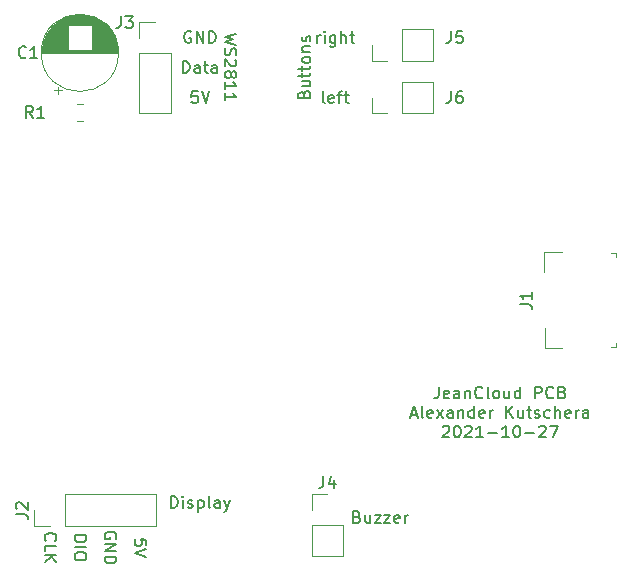
<source format=gbr>
%TF.GenerationSoftware,KiCad,Pcbnew,5.1.10*%
%TF.CreationDate,2021-10-27T21:54:33+02:00*%
%TF.ProjectId,JeanCloud_pcb_regular,4a65616e-436c-46f7-9564-5f7063625f72,rev?*%
%TF.SameCoordinates,Original*%
%TF.FileFunction,Legend,Top*%
%TF.FilePolarity,Positive*%
%FSLAX46Y46*%
G04 Gerber Fmt 4.6, Leading zero omitted, Abs format (unit mm)*
G04 Created by KiCad (PCBNEW 5.1.10) date 2021-10-27 21:54:33*
%MOMM*%
%LPD*%
G01*
G04 APERTURE LIST*
%ADD10C,0.150000*%
%ADD11C,0.100000*%
%ADD12C,0.120000*%
G04 APERTURE END LIST*
D10*
X88789523Y-58762380D02*
X88789523Y-59476666D01*
X88741904Y-59619523D01*
X88646666Y-59714761D01*
X88503809Y-59762380D01*
X88408571Y-59762380D01*
X89646666Y-59714761D02*
X89551428Y-59762380D01*
X89360952Y-59762380D01*
X89265714Y-59714761D01*
X89218095Y-59619523D01*
X89218095Y-59238571D01*
X89265714Y-59143333D01*
X89360952Y-59095714D01*
X89551428Y-59095714D01*
X89646666Y-59143333D01*
X89694285Y-59238571D01*
X89694285Y-59333809D01*
X89218095Y-59429047D01*
X90551428Y-59762380D02*
X90551428Y-59238571D01*
X90503809Y-59143333D01*
X90408571Y-59095714D01*
X90218095Y-59095714D01*
X90122857Y-59143333D01*
X90551428Y-59714761D02*
X90456190Y-59762380D01*
X90218095Y-59762380D01*
X90122857Y-59714761D01*
X90075238Y-59619523D01*
X90075238Y-59524285D01*
X90122857Y-59429047D01*
X90218095Y-59381428D01*
X90456190Y-59381428D01*
X90551428Y-59333809D01*
X91027619Y-59095714D02*
X91027619Y-59762380D01*
X91027619Y-59190952D02*
X91075238Y-59143333D01*
X91170476Y-59095714D01*
X91313333Y-59095714D01*
X91408571Y-59143333D01*
X91456190Y-59238571D01*
X91456190Y-59762380D01*
X92503809Y-59667142D02*
X92456190Y-59714761D01*
X92313333Y-59762380D01*
X92218095Y-59762380D01*
X92075238Y-59714761D01*
X91980000Y-59619523D01*
X91932380Y-59524285D01*
X91884761Y-59333809D01*
X91884761Y-59190952D01*
X91932380Y-59000476D01*
X91980000Y-58905238D01*
X92075238Y-58810000D01*
X92218095Y-58762380D01*
X92313333Y-58762380D01*
X92456190Y-58810000D01*
X92503809Y-58857619D01*
X93075238Y-59762380D02*
X92980000Y-59714761D01*
X92932380Y-59619523D01*
X92932380Y-58762380D01*
X93599047Y-59762380D02*
X93503809Y-59714761D01*
X93456190Y-59667142D01*
X93408571Y-59571904D01*
X93408571Y-59286190D01*
X93456190Y-59190952D01*
X93503809Y-59143333D01*
X93599047Y-59095714D01*
X93741904Y-59095714D01*
X93837142Y-59143333D01*
X93884761Y-59190952D01*
X93932380Y-59286190D01*
X93932380Y-59571904D01*
X93884761Y-59667142D01*
X93837142Y-59714761D01*
X93741904Y-59762380D01*
X93599047Y-59762380D01*
X94789523Y-59095714D02*
X94789523Y-59762380D01*
X94360952Y-59095714D02*
X94360952Y-59619523D01*
X94408571Y-59714761D01*
X94503809Y-59762380D01*
X94646666Y-59762380D01*
X94741904Y-59714761D01*
X94789523Y-59667142D01*
X95694285Y-59762380D02*
X95694285Y-58762380D01*
X95694285Y-59714761D02*
X95599047Y-59762380D01*
X95408571Y-59762380D01*
X95313333Y-59714761D01*
X95265714Y-59667142D01*
X95218095Y-59571904D01*
X95218095Y-59286190D01*
X95265714Y-59190952D01*
X95313333Y-59143333D01*
X95408571Y-59095714D01*
X95599047Y-59095714D01*
X95694285Y-59143333D01*
X96932380Y-59762380D02*
X96932380Y-58762380D01*
X97313333Y-58762380D01*
X97408571Y-58810000D01*
X97456190Y-58857619D01*
X97503809Y-58952857D01*
X97503809Y-59095714D01*
X97456190Y-59190952D01*
X97408571Y-59238571D01*
X97313333Y-59286190D01*
X96932380Y-59286190D01*
X98503809Y-59667142D02*
X98456190Y-59714761D01*
X98313333Y-59762380D01*
X98218095Y-59762380D01*
X98075238Y-59714761D01*
X97980000Y-59619523D01*
X97932380Y-59524285D01*
X97884761Y-59333809D01*
X97884761Y-59190952D01*
X97932380Y-59000476D01*
X97980000Y-58905238D01*
X98075238Y-58810000D01*
X98218095Y-58762380D01*
X98313333Y-58762380D01*
X98456190Y-58810000D01*
X98503809Y-58857619D01*
X99265714Y-59238571D02*
X99408571Y-59286190D01*
X99456190Y-59333809D01*
X99503809Y-59429047D01*
X99503809Y-59571904D01*
X99456190Y-59667142D01*
X99408571Y-59714761D01*
X99313333Y-59762380D01*
X98932380Y-59762380D01*
X98932380Y-58762380D01*
X99265714Y-58762380D01*
X99360952Y-58810000D01*
X99408571Y-58857619D01*
X99456190Y-58952857D01*
X99456190Y-59048095D01*
X99408571Y-59143333D01*
X99360952Y-59190952D01*
X99265714Y-59238571D01*
X98932380Y-59238571D01*
X86456190Y-61126666D02*
X86932380Y-61126666D01*
X86360952Y-61412380D02*
X86694285Y-60412380D01*
X87027619Y-61412380D01*
X87503809Y-61412380D02*
X87408571Y-61364761D01*
X87360952Y-61269523D01*
X87360952Y-60412380D01*
X88265714Y-61364761D02*
X88170476Y-61412380D01*
X87980000Y-61412380D01*
X87884761Y-61364761D01*
X87837142Y-61269523D01*
X87837142Y-60888571D01*
X87884761Y-60793333D01*
X87980000Y-60745714D01*
X88170476Y-60745714D01*
X88265714Y-60793333D01*
X88313333Y-60888571D01*
X88313333Y-60983809D01*
X87837142Y-61079047D01*
X88646666Y-61412380D02*
X89170476Y-60745714D01*
X88646666Y-60745714D02*
X89170476Y-61412380D01*
X89980000Y-61412380D02*
X89980000Y-60888571D01*
X89932380Y-60793333D01*
X89837142Y-60745714D01*
X89646666Y-60745714D01*
X89551428Y-60793333D01*
X89980000Y-61364761D02*
X89884761Y-61412380D01*
X89646666Y-61412380D01*
X89551428Y-61364761D01*
X89503809Y-61269523D01*
X89503809Y-61174285D01*
X89551428Y-61079047D01*
X89646666Y-61031428D01*
X89884761Y-61031428D01*
X89980000Y-60983809D01*
X90456190Y-60745714D02*
X90456190Y-61412380D01*
X90456190Y-60840952D02*
X90503809Y-60793333D01*
X90599047Y-60745714D01*
X90741904Y-60745714D01*
X90837142Y-60793333D01*
X90884761Y-60888571D01*
X90884761Y-61412380D01*
X91789523Y-61412380D02*
X91789523Y-60412380D01*
X91789523Y-61364761D02*
X91694285Y-61412380D01*
X91503809Y-61412380D01*
X91408571Y-61364761D01*
X91360952Y-61317142D01*
X91313333Y-61221904D01*
X91313333Y-60936190D01*
X91360952Y-60840952D01*
X91408571Y-60793333D01*
X91503809Y-60745714D01*
X91694285Y-60745714D01*
X91789523Y-60793333D01*
X92646666Y-61364761D02*
X92551428Y-61412380D01*
X92360952Y-61412380D01*
X92265714Y-61364761D01*
X92218095Y-61269523D01*
X92218095Y-60888571D01*
X92265714Y-60793333D01*
X92360952Y-60745714D01*
X92551428Y-60745714D01*
X92646666Y-60793333D01*
X92694285Y-60888571D01*
X92694285Y-60983809D01*
X92218095Y-61079047D01*
X93122857Y-61412380D02*
X93122857Y-60745714D01*
X93122857Y-60936190D02*
X93170476Y-60840952D01*
X93218095Y-60793333D01*
X93313333Y-60745714D01*
X93408571Y-60745714D01*
X94503809Y-61412380D02*
X94503809Y-60412380D01*
X95075238Y-61412380D02*
X94646666Y-60840952D01*
X95075238Y-60412380D02*
X94503809Y-60983809D01*
X95932380Y-60745714D02*
X95932380Y-61412380D01*
X95503809Y-60745714D02*
X95503809Y-61269523D01*
X95551428Y-61364761D01*
X95646666Y-61412380D01*
X95789523Y-61412380D01*
X95884761Y-61364761D01*
X95932380Y-61317142D01*
X96265714Y-60745714D02*
X96646666Y-60745714D01*
X96408571Y-60412380D02*
X96408571Y-61269523D01*
X96456190Y-61364761D01*
X96551428Y-61412380D01*
X96646666Y-61412380D01*
X96932380Y-61364761D02*
X97027619Y-61412380D01*
X97218095Y-61412380D01*
X97313333Y-61364761D01*
X97360952Y-61269523D01*
X97360952Y-61221904D01*
X97313333Y-61126666D01*
X97218095Y-61079047D01*
X97075238Y-61079047D01*
X96980000Y-61031428D01*
X96932380Y-60936190D01*
X96932380Y-60888571D01*
X96980000Y-60793333D01*
X97075238Y-60745714D01*
X97218095Y-60745714D01*
X97313333Y-60793333D01*
X98218095Y-61364761D02*
X98122857Y-61412380D01*
X97932380Y-61412380D01*
X97837142Y-61364761D01*
X97789523Y-61317142D01*
X97741904Y-61221904D01*
X97741904Y-60936190D01*
X97789523Y-60840952D01*
X97837142Y-60793333D01*
X97932380Y-60745714D01*
X98122857Y-60745714D01*
X98218095Y-60793333D01*
X98646666Y-61412380D02*
X98646666Y-60412380D01*
X99075238Y-61412380D02*
X99075238Y-60888571D01*
X99027619Y-60793333D01*
X98932380Y-60745714D01*
X98789523Y-60745714D01*
X98694285Y-60793333D01*
X98646666Y-60840952D01*
X99932380Y-61364761D02*
X99837142Y-61412380D01*
X99646666Y-61412380D01*
X99551428Y-61364761D01*
X99503809Y-61269523D01*
X99503809Y-60888571D01*
X99551428Y-60793333D01*
X99646666Y-60745714D01*
X99837142Y-60745714D01*
X99932380Y-60793333D01*
X99980000Y-60888571D01*
X99980000Y-60983809D01*
X99503809Y-61079047D01*
X100408571Y-61412380D02*
X100408571Y-60745714D01*
X100408571Y-60936190D02*
X100456190Y-60840952D01*
X100503809Y-60793333D01*
X100599047Y-60745714D01*
X100694285Y-60745714D01*
X101456190Y-61412380D02*
X101456190Y-60888571D01*
X101408571Y-60793333D01*
X101313333Y-60745714D01*
X101122857Y-60745714D01*
X101027619Y-60793333D01*
X101456190Y-61364761D02*
X101360952Y-61412380D01*
X101122857Y-61412380D01*
X101027619Y-61364761D01*
X100980000Y-61269523D01*
X100980000Y-61174285D01*
X101027619Y-61079047D01*
X101122857Y-61031428D01*
X101360952Y-61031428D01*
X101456190Y-60983809D01*
X89122857Y-62157619D02*
X89170476Y-62110000D01*
X89265714Y-62062380D01*
X89503809Y-62062380D01*
X89599047Y-62110000D01*
X89646666Y-62157619D01*
X89694285Y-62252857D01*
X89694285Y-62348095D01*
X89646666Y-62490952D01*
X89075238Y-63062380D01*
X89694285Y-63062380D01*
X90313333Y-62062380D02*
X90408571Y-62062380D01*
X90503809Y-62110000D01*
X90551428Y-62157619D01*
X90599047Y-62252857D01*
X90646666Y-62443333D01*
X90646666Y-62681428D01*
X90599047Y-62871904D01*
X90551428Y-62967142D01*
X90503809Y-63014761D01*
X90408571Y-63062380D01*
X90313333Y-63062380D01*
X90218095Y-63014761D01*
X90170476Y-62967142D01*
X90122857Y-62871904D01*
X90075238Y-62681428D01*
X90075238Y-62443333D01*
X90122857Y-62252857D01*
X90170476Y-62157619D01*
X90218095Y-62110000D01*
X90313333Y-62062380D01*
X91027619Y-62157619D02*
X91075238Y-62110000D01*
X91170476Y-62062380D01*
X91408571Y-62062380D01*
X91503809Y-62110000D01*
X91551428Y-62157619D01*
X91599047Y-62252857D01*
X91599047Y-62348095D01*
X91551428Y-62490952D01*
X90980000Y-63062380D01*
X91599047Y-63062380D01*
X92551428Y-63062380D02*
X91980000Y-63062380D01*
X92265714Y-63062380D02*
X92265714Y-62062380D01*
X92170476Y-62205238D01*
X92075238Y-62300476D01*
X91980000Y-62348095D01*
X92980000Y-62681428D02*
X93741904Y-62681428D01*
X94741904Y-63062380D02*
X94170476Y-63062380D01*
X94456190Y-63062380D02*
X94456190Y-62062380D01*
X94360952Y-62205238D01*
X94265714Y-62300476D01*
X94170476Y-62348095D01*
X95360952Y-62062380D02*
X95456190Y-62062380D01*
X95551428Y-62110000D01*
X95599047Y-62157619D01*
X95646666Y-62252857D01*
X95694285Y-62443333D01*
X95694285Y-62681428D01*
X95646666Y-62871904D01*
X95599047Y-62967142D01*
X95551428Y-63014761D01*
X95456190Y-63062380D01*
X95360952Y-63062380D01*
X95265714Y-63014761D01*
X95218095Y-62967142D01*
X95170476Y-62871904D01*
X95122857Y-62681428D01*
X95122857Y-62443333D01*
X95170476Y-62252857D01*
X95218095Y-62157619D01*
X95265714Y-62110000D01*
X95360952Y-62062380D01*
X96122857Y-62681428D02*
X96884761Y-62681428D01*
X97313333Y-62157619D02*
X97360952Y-62110000D01*
X97456190Y-62062380D01*
X97694285Y-62062380D01*
X97789523Y-62110000D01*
X97837142Y-62157619D01*
X97884761Y-62252857D01*
X97884761Y-62348095D01*
X97837142Y-62490952D01*
X97265714Y-63062380D01*
X97884761Y-63062380D01*
X98218095Y-62062380D02*
X98884761Y-62062380D01*
X98456190Y-63062380D01*
X81891428Y-69778571D02*
X82034285Y-69826190D01*
X82081904Y-69873809D01*
X82129523Y-69969047D01*
X82129523Y-70111904D01*
X82081904Y-70207142D01*
X82034285Y-70254761D01*
X81939047Y-70302380D01*
X81558095Y-70302380D01*
X81558095Y-69302380D01*
X81891428Y-69302380D01*
X81986666Y-69350000D01*
X82034285Y-69397619D01*
X82081904Y-69492857D01*
X82081904Y-69588095D01*
X82034285Y-69683333D01*
X81986666Y-69730952D01*
X81891428Y-69778571D01*
X81558095Y-69778571D01*
X82986666Y-69635714D02*
X82986666Y-70302380D01*
X82558095Y-69635714D02*
X82558095Y-70159523D01*
X82605714Y-70254761D01*
X82700952Y-70302380D01*
X82843809Y-70302380D01*
X82939047Y-70254761D01*
X82986666Y-70207142D01*
X83367619Y-69635714D02*
X83891428Y-69635714D01*
X83367619Y-70302380D01*
X83891428Y-70302380D01*
X84177142Y-69635714D02*
X84700952Y-69635714D01*
X84177142Y-70302380D01*
X84700952Y-70302380D01*
X85462857Y-70254761D02*
X85367619Y-70302380D01*
X85177142Y-70302380D01*
X85081904Y-70254761D01*
X85034285Y-70159523D01*
X85034285Y-69778571D01*
X85081904Y-69683333D01*
X85177142Y-69635714D01*
X85367619Y-69635714D01*
X85462857Y-69683333D01*
X85510476Y-69778571D01*
X85510476Y-69873809D01*
X85034285Y-69969047D01*
X85939047Y-70302380D02*
X85939047Y-69635714D01*
X85939047Y-69826190D02*
X85986666Y-69730952D01*
X86034285Y-69683333D01*
X86129523Y-69635714D01*
X86224761Y-69635714D01*
X57967619Y-71366190D02*
X58967619Y-71366190D01*
X58967619Y-71604285D01*
X58920000Y-71747142D01*
X58824761Y-71842380D01*
X58729523Y-71890000D01*
X58539047Y-71937619D01*
X58396190Y-71937619D01*
X58205714Y-71890000D01*
X58110476Y-71842380D01*
X58015238Y-71747142D01*
X57967619Y-71604285D01*
X57967619Y-71366190D01*
X57967619Y-72366190D02*
X58967619Y-72366190D01*
X58967619Y-73032857D02*
X58967619Y-73223333D01*
X58920000Y-73318571D01*
X58824761Y-73413809D01*
X58634285Y-73461428D01*
X58300952Y-73461428D01*
X58110476Y-73413809D01*
X58015238Y-73318571D01*
X57967619Y-73223333D01*
X57967619Y-73032857D01*
X58015238Y-72937619D01*
X58110476Y-72842380D01*
X58300952Y-72794761D01*
X58634285Y-72794761D01*
X58824761Y-72842380D01*
X58920000Y-72937619D01*
X58967619Y-73032857D01*
X55522857Y-71794761D02*
X55475238Y-71747142D01*
X55427619Y-71604285D01*
X55427619Y-71509047D01*
X55475238Y-71366190D01*
X55570476Y-71270952D01*
X55665714Y-71223333D01*
X55856190Y-71175714D01*
X55999047Y-71175714D01*
X56189523Y-71223333D01*
X56284761Y-71270952D01*
X56380000Y-71366190D01*
X56427619Y-71509047D01*
X56427619Y-71604285D01*
X56380000Y-71747142D01*
X56332380Y-71794761D01*
X55427619Y-72699523D02*
X55427619Y-72223333D01*
X56427619Y-72223333D01*
X55427619Y-73032857D02*
X56427619Y-73032857D01*
X55427619Y-73604285D02*
X55999047Y-73175714D01*
X56427619Y-73604285D02*
X55856190Y-73032857D01*
X64047619Y-72199523D02*
X64047619Y-71723333D01*
X63571428Y-71675714D01*
X63619047Y-71723333D01*
X63666666Y-71818571D01*
X63666666Y-72056666D01*
X63619047Y-72151904D01*
X63571428Y-72199523D01*
X63476190Y-72247142D01*
X63238095Y-72247142D01*
X63142857Y-72199523D01*
X63095238Y-72151904D01*
X63047619Y-72056666D01*
X63047619Y-71818571D01*
X63095238Y-71723333D01*
X63142857Y-71675714D01*
X64047619Y-72532857D02*
X63047619Y-72866190D01*
X64047619Y-73199523D01*
X61460000Y-71628095D02*
X61507619Y-71532857D01*
X61507619Y-71390000D01*
X61460000Y-71247142D01*
X61364761Y-71151904D01*
X61269523Y-71104285D01*
X61079047Y-71056666D01*
X60936190Y-71056666D01*
X60745714Y-71104285D01*
X60650476Y-71151904D01*
X60555238Y-71247142D01*
X60507619Y-71390000D01*
X60507619Y-71485238D01*
X60555238Y-71628095D01*
X60602857Y-71675714D01*
X60936190Y-71675714D01*
X60936190Y-71485238D01*
X60507619Y-72104285D02*
X61507619Y-72104285D01*
X60507619Y-72675714D01*
X61507619Y-72675714D01*
X60507619Y-73151904D02*
X61507619Y-73151904D01*
X61507619Y-73390000D01*
X61460000Y-73532857D01*
X61364761Y-73628095D01*
X61269523Y-73675714D01*
X61079047Y-73723333D01*
X60936190Y-73723333D01*
X60745714Y-73675714D01*
X60650476Y-73628095D01*
X60555238Y-73532857D01*
X60507619Y-73390000D01*
X60507619Y-73151904D01*
X66127619Y-69032380D02*
X66127619Y-68032380D01*
X66365714Y-68032380D01*
X66508571Y-68080000D01*
X66603809Y-68175238D01*
X66651428Y-68270476D01*
X66699047Y-68460952D01*
X66699047Y-68603809D01*
X66651428Y-68794285D01*
X66603809Y-68889523D01*
X66508571Y-68984761D01*
X66365714Y-69032380D01*
X66127619Y-69032380D01*
X67127619Y-69032380D02*
X67127619Y-68365714D01*
X67127619Y-68032380D02*
X67080000Y-68080000D01*
X67127619Y-68127619D01*
X67175238Y-68080000D01*
X67127619Y-68032380D01*
X67127619Y-68127619D01*
X67556190Y-68984761D02*
X67651428Y-69032380D01*
X67841904Y-69032380D01*
X67937142Y-68984761D01*
X67984761Y-68889523D01*
X67984761Y-68841904D01*
X67937142Y-68746666D01*
X67841904Y-68699047D01*
X67699047Y-68699047D01*
X67603809Y-68651428D01*
X67556190Y-68556190D01*
X67556190Y-68508571D01*
X67603809Y-68413333D01*
X67699047Y-68365714D01*
X67841904Y-68365714D01*
X67937142Y-68413333D01*
X68413333Y-68365714D02*
X68413333Y-69365714D01*
X68413333Y-68413333D02*
X68508571Y-68365714D01*
X68699047Y-68365714D01*
X68794285Y-68413333D01*
X68841904Y-68460952D01*
X68889523Y-68556190D01*
X68889523Y-68841904D01*
X68841904Y-68937142D01*
X68794285Y-68984761D01*
X68699047Y-69032380D01*
X68508571Y-69032380D01*
X68413333Y-68984761D01*
X69460952Y-69032380D02*
X69365714Y-68984761D01*
X69318095Y-68889523D01*
X69318095Y-68032380D01*
X70270476Y-69032380D02*
X70270476Y-68508571D01*
X70222857Y-68413333D01*
X70127619Y-68365714D01*
X69937142Y-68365714D01*
X69841904Y-68413333D01*
X70270476Y-68984761D02*
X70175238Y-69032380D01*
X69937142Y-69032380D01*
X69841904Y-68984761D01*
X69794285Y-68889523D01*
X69794285Y-68794285D01*
X69841904Y-68699047D01*
X69937142Y-68651428D01*
X70175238Y-68651428D01*
X70270476Y-68603809D01*
X70651428Y-68365714D02*
X70889523Y-69032380D01*
X71127619Y-68365714D02*
X70889523Y-69032380D01*
X70794285Y-69270476D01*
X70746666Y-69318095D01*
X70651428Y-69365714D01*
X77398571Y-34011904D02*
X77446190Y-33869047D01*
X77493809Y-33821428D01*
X77589047Y-33773809D01*
X77731904Y-33773809D01*
X77827142Y-33821428D01*
X77874761Y-33869047D01*
X77922380Y-33964285D01*
X77922380Y-34345238D01*
X76922380Y-34345238D01*
X76922380Y-34011904D01*
X76970000Y-33916666D01*
X77017619Y-33869047D01*
X77112857Y-33821428D01*
X77208095Y-33821428D01*
X77303333Y-33869047D01*
X77350952Y-33916666D01*
X77398571Y-34011904D01*
X77398571Y-34345238D01*
X77255714Y-32916666D02*
X77922380Y-32916666D01*
X77255714Y-33345238D02*
X77779523Y-33345238D01*
X77874761Y-33297619D01*
X77922380Y-33202380D01*
X77922380Y-33059523D01*
X77874761Y-32964285D01*
X77827142Y-32916666D01*
X77255714Y-32583333D02*
X77255714Y-32202380D01*
X76922380Y-32440476D02*
X77779523Y-32440476D01*
X77874761Y-32392857D01*
X77922380Y-32297619D01*
X77922380Y-32202380D01*
X77255714Y-32011904D02*
X77255714Y-31630952D01*
X76922380Y-31869047D02*
X77779523Y-31869047D01*
X77874761Y-31821428D01*
X77922380Y-31726190D01*
X77922380Y-31630952D01*
X77922380Y-31154761D02*
X77874761Y-31250000D01*
X77827142Y-31297619D01*
X77731904Y-31345238D01*
X77446190Y-31345238D01*
X77350952Y-31297619D01*
X77303333Y-31250000D01*
X77255714Y-31154761D01*
X77255714Y-31011904D01*
X77303333Y-30916666D01*
X77350952Y-30869047D01*
X77446190Y-30821428D01*
X77731904Y-30821428D01*
X77827142Y-30869047D01*
X77874761Y-30916666D01*
X77922380Y-31011904D01*
X77922380Y-31154761D01*
X77255714Y-30392857D02*
X77922380Y-30392857D01*
X77350952Y-30392857D02*
X77303333Y-30345238D01*
X77255714Y-30250000D01*
X77255714Y-30107142D01*
X77303333Y-30011904D01*
X77398571Y-29964285D01*
X77922380Y-29964285D01*
X77874761Y-29535714D02*
X77922380Y-29440476D01*
X77922380Y-29250000D01*
X77874761Y-29154761D01*
X77779523Y-29107142D01*
X77731904Y-29107142D01*
X77636666Y-29154761D01*
X77589047Y-29250000D01*
X77589047Y-29392857D01*
X77541428Y-29488095D01*
X77446190Y-29535714D01*
X77398571Y-29535714D01*
X77303333Y-29488095D01*
X77255714Y-29392857D01*
X77255714Y-29250000D01*
X77303333Y-29154761D01*
X79129047Y-34742380D02*
X79033809Y-34694761D01*
X78986190Y-34599523D01*
X78986190Y-33742380D01*
X79890952Y-34694761D02*
X79795714Y-34742380D01*
X79605238Y-34742380D01*
X79510000Y-34694761D01*
X79462380Y-34599523D01*
X79462380Y-34218571D01*
X79510000Y-34123333D01*
X79605238Y-34075714D01*
X79795714Y-34075714D01*
X79890952Y-34123333D01*
X79938571Y-34218571D01*
X79938571Y-34313809D01*
X79462380Y-34409047D01*
X80224285Y-34075714D02*
X80605238Y-34075714D01*
X80367142Y-34742380D02*
X80367142Y-33885238D01*
X80414761Y-33790000D01*
X80510000Y-33742380D01*
X80605238Y-33742380D01*
X80795714Y-34075714D02*
X81176666Y-34075714D01*
X80938571Y-33742380D02*
X80938571Y-34599523D01*
X80986190Y-34694761D01*
X81081428Y-34742380D01*
X81176666Y-34742380D01*
X78510000Y-29662380D02*
X78510000Y-28995714D01*
X78510000Y-29186190D02*
X78557619Y-29090952D01*
X78605238Y-29043333D01*
X78700476Y-28995714D01*
X78795714Y-28995714D01*
X79129047Y-29662380D02*
X79129047Y-28995714D01*
X79129047Y-28662380D02*
X79081428Y-28710000D01*
X79129047Y-28757619D01*
X79176666Y-28710000D01*
X79129047Y-28662380D01*
X79129047Y-28757619D01*
X80033809Y-28995714D02*
X80033809Y-29805238D01*
X79986190Y-29900476D01*
X79938571Y-29948095D01*
X79843333Y-29995714D01*
X79700476Y-29995714D01*
X79605238Y-29948095D01*
X80033809Y-29614761D02*
X79938571Y-29662380D01*
X79748095Y-29662380D01*
X79652857Y-29614761D01*
X79605238Y-29567142D01*
X79557619Y-29471904D01*
X79557619Y-29186190D01*
X79605238Y-29090952D01*
X79652857Y-29043333D01*
X79748095Y-28995714D01*
X79938571Y-28995714D01*
X80033809Y-29043333D01*
X80510000Y-29662380D02*
X80510000Y-28662380D01*
X80938571Y-29662380D02*
X80938571Y-29138571D01*
X80890952Y-29043333D01*
X80795714Y-28995714D01*
X80652857Y-28995714D01*
X80557619Y-29043333D01*
X80510000Y-29090952D01*
X81271904Y-28995714D02*
X81652857Y-28995714D01*
X81414761Y-28662380D02*
X81414761Y-29519523D01*
X81462380Y-29614761D01*
X81557619Y-29662380D01*
X81652857Y-29662380D01*
X71667619Y-28940476D02*
X70667619Y-29178571D01*
X71381904Y-29369047D01*
X70667619Y-29559523D01*
X71667619Y-29797619D01*
X70715238Y-30130952D02*
X70667619Y-30273809D01*
X70667619Y-30511904D01*
X70715238Y-30607142D01*
X70762857Y-30654761D01*
X70858095Y-30702380D01*
X70953333Y-30702380D01*
X71048571Y-30654761D01*
X71096190Y-30607142D01*
X71143809Y-30511904D01*
X71191428Y-30321428D01*
X71239047Y-30226190D01*
X71286666Y-30178571D01*
X71381904Y-30130952D01*
X71477142Y-30130952D01*
X71572380Y-30178571D01*
X71620000Y-30226190D01*
X71667619Y-30321428D01*
X71667619Y-30559523D01*
X71620000Y-30702380D01*
X71572380Y-31083333D02*
X71620000Y-31130952D01*
X71667619Y-31226190D01*
X71667619Y-31464285D01*
X71620000Y-31559523D01*
X71572380Y-31607142D01*
X71477142Y-31654761D01*
X71381904Y-31654761D01*
X71239047Y-31607142D01*
X70667619Y-31035714D01*
X70667619Y-31654761D01*
X71239047Y-32226190D02*
X71286666Y-32130952D01*
X71334285Y-32083333D01*
X71429523Y-32035714D01*
X71477142Y-32035714D01*
X71572380Y-32083333D01*
X71620000Y-32130952D01*
X71667619Y-32226190D01*
X71667619Y-32416666D01*
X71620000Y-32511904D01*
X71572380Y-32559523D01*
X71477142Y-32607142D01*
X71429523Y-32607142D01*
X71334285Y-32559523D01*
X71286666Y-32511904D01*
X71239047Y-32416666D01*
X71239047Y-32226190D01*
X71191428Y-32130952D01*
X71143809Y-32083333D01*
X71048571Y-32035714D01*
X70858095Y-32035714D01*
X70762857Y-32083333D01*
X70715238Y-32130952D01*
X70667619Y-32226190D01*
X70667619Y-32416666D01*
X70715238Y-32511904D01*
X70762857Y-32559523D01*
X70858095Y-32607142D01*
X71048571Y-32607142D01*
X71143809Y-32559523D01*
X71191428Y-32511904D01*
X71239047Y-32416666D01*
X70667619Y-33559523D02*
X70667619Y-32988095D01*
X70667619Y-33273809D02*
X71667619Y-33273809D01*
X71524761Y-33178571D01*
X71429523Y-33083333D01*
X71381904Y-32988095D01*
X70667619Y-34511904D02*
X70667619Y-33940476D01*
X70667619Y-34226190D02*
X71667619Y-34226190D01*
X71524761Y-34130952D01*
X71429523Y-34035714D01*
X71381904Y-33940476D01*
X68389523Y-33742380D02*
X67913333Y-33742380D01*
X67865714Y-34218571D01*
X67913333Y-34170952D01*
X68008571Y-34123333D01*
X68246666Y-34123333D01*
X68341904Y-34170952D01*
X68389523Y-34218571D01*
X68437142Y-34313809D01*
X68437142Y-34551904D01*
X68389523Y-34647142D01*
X68341904Y-34694761D01*
X68246666Y-34742380D01*
X68008571Y-34742380D01*
X67913333Y-34694761D01*
X67865714Y-34647142D01*
X68722857Y-33742380D02*
X69056190Y-34742380D01*
X69389523Y-33742380D01*
X67127619Y-32202380D02*
X67127619Y-31202380D01*
X67365714Y-31202380D01*
X67508571Y-31250000D01*
X67603809Y-31345238D01*
X67651428Y-31440476D01*
X67699047Y-31630952D01*
X67699047Y-31773809D01*
X67651428Y-31964285D01*
X67603809Y-32059523D01*
X67508571Y-32154761D01*
X67365714Y-32202380D01*
X67127619Y-32202380D01*
X68556190Y-32202380D02*
X68556190Y-31678571D01*
X68508571Y-31583333D01*
X68413333Y-31535714D01*
X68222857Y-31535714D01*
X68127619Y-31583333D01*
X68556190Y-32154761D02*
X68460952Y-32202380D01*
X68222857Y-32202380D01*
X68127619Y-32154761D01*
X68080000Y-32059523D01*
X68080000Y-31964285D01*
X68127619Y-31869047D01*
X68222857Y-31821428D01*
X68460952Y-31821428D01*
X68556190Y-31773809D01*
X68889523Y-31535714D02*
X69270476Y-31535714D01*
X69032380Y-31202380D02*
X69032380Y-32059523D01*
X69080000Y-32154761D01*
X69175238Y-32202380D01*
X69270476Y-32202380D01*
X70032380Y-32202380D02*
X70032380Y-31678571D01*
X69984761Y-31583333D01*
X69889523Y-31535714D01*
X69699047Y-31535714D01*
X69603809Y-31583333D01*
X70032380Y-32154761D02*
X69937142Y-32202380D01*
X69699047Y-32202380D01*
X69603809Y-32154761D01*
X69556190Y-32059523D01*
X69556190Y-31964285D01*
X69603809Y-31869047D01*
X69699047Y-31821428D01*
X69937142Y-31821428D01*
X70032380Y-31773809D01*
X67818095Y-28710000D02*
X67722857Y-28662380D01*
X67580000Y-28662380D01*
X67437142Y-28710000D01*
X67341904Y-28805238D01*
X67294285Y-28900476D01*
X67246666Y-29090952D01*
X67246666Y-29233809D01*
X67294285Y-29424285D01*
X67341904Y-29519523D01*
X67437142Y-29614761D01*
X67580000Y-29662380D01*
X67675238Y-29662380D01*
X67818095Y-29614761D01*
X67865714Y-29567142D01*
X67865714Y-29233809D01*
X67675238Y-29233809D01*
X68294285Y-29662380D02*
X68294285Y-28662380D01*
X68865714Y-29662380D01*
X68865714Y-28662380D01*
X69341904Y-29662380D02*
X69341904Y-28662380D01*
X69580000Y-28662380D01*
X69722857Y-28710000D01*
X69818095Y-28805238D01*
X69865714Y-28900476D01*
X69913333Y-29090952D01*
X69913333Y-29233809D01*
X69865714Y-29424285D01*
X69818095Y-29519523D01*
X69722857Y-29614761D01*
X69580000Y-29662380D01*
X69341904Y-29662380D01*
D11*
%TO.C,J1*%
X97765000Y-55485000D02*
X99215000Y-55485000D01*
X97755000Y-55485000D02*
X97755000Y-53835000D01*
X97745000Y-47375000D02*
X97745000Y-49035000D01*
X97745000Y-47375000D02*
X99215000Y-47375000D01*
X103425000Y-55448324D02*
X103805000Y-55448324D01*
X103805000Y-55448324D02*
X103805000Y-55078324D01*
X103806848Y-47420092D02*
X103806848Y-47790092D01*
X103426848Y-47420092D02*
X103806848Y-47420092D01*
D12*
%TO.C,J2*%
X64830000Y-70545000D02*
X64830000Y-67885000D01*
X57150000Y-70545000D02*
X64830000Y-70545000D01*
X57150000Y-67885000D02*
X64830000Y-67885000D01*
X57150000Y-70545000D02*
X57150000Y-67885000D01*
X55880000Y-70545000D02*
X54550000Y-70545000D01*
X54550000Y-70545000D02*
X54550000Y-69215000D01*
%TO.C,J3*%
X63440000Y-35620000D02*
X66100000Y-35620000D01*
X63440000Y-30480000D02*
X63440000Y-35620000D01*
X66100000Y-30480000D02*
X66100000Y-35620000D01*
X63440000Y-30480000D02*
X66100000Y-30480000D01*
X63440000Y-29210000D02*
X63440000Y-27880000D01*
X63440000Y-27880000D02*
X64770000Y-27880000D01*
%TO.C,J4*%
X78045000Y-73085000D02*
X80705000Y-73085000D01*
X78045000Y-70485000D02*
X78045000Y-73085000D01*
X80705000Y-70485000D02*
X80705000Y-73085000D01*
X78045000Y-70485000D02*
X80705000Y-70485000D01*
X78045000Y-69215000D02*
X78045000Y-67885000D01*
X78045000Y-67885000D02*
X79375000Y-67885000D01*
%TO.C,J5*%
X83125000Y-31175000D02*
X83125000Y-29845000D01*
X84455000Y-31175000D02*
X83125000Y-31175000D01*
X85725000Y-31175000D02*
X85725000Y-28515000D01*
X85725000Y-28515000D02*
X88325000Y-28515000D01*
X85725000Y-31175000D02*
X88325000Y-31175000D01*
X88325000Y-31175000D02*
X88325000Y-28515000D01*
%TO.C,J6*%
X88325000Y-35620000D02*
X88325000Y-32960000D01*
X85725000Y-35620000D02*
X88325000Y-35620000D01*
X85725000Y-32960000D02*
X88325000Y-32960000D01*
X85725000Y-35620000D02*
X85725000Y-32960000D01*
X84455000Y-35620000D02*
X83125000Y-35620000D01*
X83125000Y-35620000D02*
X83125000Y-34290000D01*
%TO.C,C1*%
X56266000Y-33685241D02*
X56896000Y-33685241D01*
X56581000Y-34000241D02*
X56581000Y-33370241D01*
X58018000Y-27259000D02*
X58822000Y-27259000D01*
X57787000Y-27299000D02*
X59053000Y-27299000D01*
X57618000Y-27339000D02*
X59222000Y-27339000D01*
X57480000Y-27379000D02*
X59360000Y-27379000D01*
X57361000Y-27419000D02*
X59479000Y-27419000D01*
X57255000Y-27459000D02*
X59585000Y-27459000D01*
X57158000Y-27499000D02*
X59682000Y-27499000D01*
X57070000Y-27539000D02*
X59770000Y-27539000D01*
X56988000Y-27579000D02*
X59852000Y-27579000D01*
X56911000Y-27619000D02*
X59929000Y-27619000D01*
X56839000Y-27659000D02*
X60001000Y-27659000D01*
X56770000Y-27699000D02*
X60070000Y-27699000D01*
X56706000Y-27739000D02*
X60134000Y-27739000D01*
X56644000Y-27779000D02*
X60196000Y-27779000D01*
X56586000Y-27819000D02*
X60254000Y-27819000D01*
X56530000Y-27859000D02*
X60310000Y-27859000D01*
X56476000Y-27899000D02*
X60364000Y-27899000D01*
X56425000Y-27939000D02*
X60415000Y-27939000D01*
X56376000Y-27979000D02*
X60464000Y-27979000D01*
X56328000Y-28019000D02*
X60512000Y-28019000D01*
X56283000Y-28059000D02*
X60557000Y-28059000D01*
X56238000Y-28099000D02*
X60602000Y-28099000D01*
X56196000Y-28139000D02*
X60644000Y-28139000D01*
X56155000Y-28179000D02*
X60685000Y-28179000D01*
X59460000Y-28219000D02*
X60725000Y-28219000D01*
X56115000Y-28219000D02*
X57380000Y-28219000D01*
X59460000Y-28259000D02*
X60763000Y-28259000D01*
X56077000Y-28259000D02*
X57380000Y-28259000D01*
X59460000Y-28299000D02*
X60800000Y-28299000D01*
X56040000Y-28299000D02*
X57380000Y-28299000D01*
X59460000Y-28339000D02*
X60836000Y-28339000D01*
X56004000Y-28339000D02*
X57380000Y-28339000D01*
X59460000Y-28379000D02*
X60870000Y-28379000D01*
X55970000Y-28379000D02*
X57380000Y-28379000D01*
X59460000Y-28419000D02*
X60904000Y-28419000D01*
X55936000Y-28419000D02*
X57380000Y-28419000D01*
X59460000Y-28459000D02*
X60936000Y-28459000D01*
X55904000Y-28459000D02*
X57380000Y-28459000D01*
X59460000Y-28499000D02*
X60968000Y-28499000D01*
X55872000Y-28499000D02*
X57380000Y-28499000D01*
X59460000Y-28539000D02*
X60998000Y-28539000D01*
X55842000Y-28539000D02*
X57380000Y-28539000D01*
X59460000Y-28579000D02*
X61027000Y-28579000D01*
X55813000Y-28579000D02*
X57380000Y-28579000D01*
X59460000Y-28619000D02*
X61056000Y-28619000D01*
X55784000Y-28619000D02*
X57380000Y-28619000D01*
X59460000Y-28659000D02*
X61084000Y-28659000D01*
X55756000Y-28659000D02*
X57380000Y-28659000D01*
X59460000Y-28699000D02*
X61110000Y-28699000D01*
X55730000Y-28699000D02*
X57380000Y-28699000D01*
X59460000Y-28739000D02*
X61136000Y-28739000D01*
X55704000Y-28739000D02*
X57380000Y-28739000D01*
X59460000Y-28779000D02*
X61162000Y-28779000D01*
X55678000Y-28779000D02*
X57380000Y-28779000D01*
X59460000Y-28819000D02*
X61186000Y-28819000D01*
X55654000Y-28819000D02*
X57380000Y-28819000D01*
X59460000Y-28859000D02*
X61210000Y-28859000D01*
X55630000Y-28859000D02*
X57380000Y-28859000D01*
X59460000Y-28899000D02*
X61232000Y-28899000D01*
X55608000Y-28899000D02*
X57380000Y-28899000D01*
X59460000Y-28939000D02*
X61254000Y-28939000D01*
X55586000Y-28939000D02*
X57380000Y-28939000D01*
X59460000Y-28979000D02*
X61276000Y-28979000D01*
X55564000Y-28979000D02*
X57380000Y-28979000D01*
X59460000Y-29019000D02*
X61296000Y-29019000D01*
X55544000Y-29019000D02*
X57380000Y-29019000D01*
X59460000Y-29059000D02*
X61316000Y-29059000D01*
X55524000Y-29059000D02*
X57380000Y-29059000D01*
X59460000Y-29099000D02*
X61336000Y-29099000D01*
X55504000Y-29099000D02*
X57380000Y-29099000D01*
X59460000Y-29139000D02*
X61354000Y-29139000D01*
X55486000Y-29139000D02*
X57380000Y-29139000D01*
X59460000Y-29179000D02*
X61372000Y-29179000D01*
X55468000Y-29179000D02*
X57380000Y-29179000D01*
X59460000Y-29219000D02*
X61390000Y-29219000D01*
X55450000Y-29219000D02*
X57380000Y-29219000D01*
X59460000Y-29259000D02*
X61406000Y-29259000D01*
X55434000Y-29259000D02*
X57380000Y-29259000D01*
X59460000Y-29299000D02*
X61422000Y-29299000D01*
X55418000Y-29299000D02*
X57380000Y-29299000D01*
X59460000Y-29339000D02*
X61438000Y-29339000D01*
X55402000Y-29339000D02*
X57380000Y-29339000D01*
X59460000Y-29379000D02*
X61453000Y-29379000D01*
X55387000Y-29379000D02*
X57380000Y-29379000D01*
X59460000Y-29419000D02*
X61467000Y-29419000D01*
X55373000Y-29419000D02*
X57380000Y-29419000D01*
X59460000Y-29459000D02*
X61481000Y-29459000D01*
X55359000Y-29459000D02*
X57380000Y-29459000D01*
X59460000Y-29499000D02*
X61494000Y-29499000D01*
X55346000Y-29499000D02*
X57380000Y-29499000D01*
X59460000Y-29539000D02*
X61506000Y-29539000D01*
X55334000Y-29539000D02*
X57380000Y-29539000D01*
X59460000Y-29579000D02*
X61518000Y-29579000D01*
X55322000Y-29579000D02*
X57380000Y-29579000D01*
X59460000Y-29619000D02*
X61530000Y-29619000D01*
X55310000Y-29619000D02*
X57380000Y-29619000D01*
X59460000Y-29659000D02*
X61541000Y-29659000D01*
X55299000Y-29659000D02*
X57380000Y-29659000D01*
X59460000Y-29699000D02*
X61551000Y-29699000D01*
X55289000Y-29699000D02*
X57380000Y-29699000D01*
X59460000Y-29739000D02*
X61561000Y-29739000D01*
X55279000Y-29739000D02*
X57380000Y-29739000D01*
X59460000Y-29779000D02*
X61570000Y-29779000D01*
X55270000Y-29779000D02*
X57380000Y-29779000D01*
X59460000Y-29820000D02*
X61579000Y-29820000D01*
X55261000Y-29820000D02*
X57380000Y-29820000D01*
X59460000Y-29860000D02*
X61587000Y-29860000D01*
X55253000Y-29860000D02*
X57380000Y-29860000D01*
X59460000Y-29900000D02*
X61595000Y-29900000D01*
X55245000Y-29900000D02*
X57380000Y-29900000D01*
X59460000Y-29940000D02*
X61602000Y-29940000D01*
X55238000Y-29940000D02*
X57380000Y-29940000D01*
X59460000Y-29980000D02*
X61609000Y-29980000D01*
X55231000Y-29980000D02*
X57380000Y-29980000D01*
X59460000Y-30020000D02*
X61615000Y-30020000D01*
X55225000Y-30020000D02*
X57380000Y-30020000D01*
X59460000Y-30060000D02*
X61621000Y-30060000D01*
X55219000Y-30060000D02*
X57380000Y-30060000D01*
X59460000Y-30100000D02*
X61626000Y-30100000D01*
X55214000Y-30100000D02*
X57380000Y-30100000D01*
X59460000Y-30140000D02*
X61631000Y-30140000D01*
X55209000Y-30140000D02*
X57380000Y-30140000D01*
X59460000Y-30180000D02*
X61635000Y-30180000D01*
X55205000Y-30180000D02*
X57380000Y-30180000D01*
X59460000Y-30220000D02*
X61638000Y-30220000D01*
X55202000Y-30220000D02*
X57380000Y-30220000D01*
X59460000Y-30260000D02*
X61642000Y-30260000D01*
X55198000Y-30260000D02*
X57380000Y-30260000D01*
X55196000Y-30300000D02*
X61644000Y-30300000D01*
X55193000Y-30340000D02*
X61647000Y-30340000D01*
X55192000Y-30380000D02*
X61648000Y-30380000D01*
X55190000Y-30420000D02*
X61650000Y-30420000D01*
X55190000Y-30460000D02*
X61650000Y-30460000D01*
X55190000Y-30500000D02*
X61650000Y-30500000D01*
X61690000Y-30500000D02*
G75*
G03*
X61690000Y-30500000I-3270000J0D01*
G01*
%TO.C,R1*%
X58647064Y-34825000D02*
X58192936Y-34825000D01*
X58647064Y-36295000D02*
X58192936Y-36295000D01*
%TO.C, *%
D10*
%TO.C,J1*%
X95667380Y-51768333D02*
X96381666Y-51768333D01*
X96524523Y-51815952D01*
X96619761Y-51911190D01*
X96667380Y-52054047D01*
X96667380Y-52149285D01*
X96667380Y-50768333D02*
X96667380Y-51339761D01*
X96667380Y-51054047D02*
X95667380Y-51054047D01*
X95810238Y-51149285D01*
X95905476Y-51244523D01*
X95953095Y-51339761D01*
%TO.C,J2*%
X53002380Y-69548333D02*
X53716666Y-69548333D01*
X53859523Y-69595952D01*
X53954761Y-69691190D01*
X54002380Y-69834047D01*
X54002380Y-69929285D01*
X53097619Y-69119761D02*
X53050000Y-69072142D01*
X53002380Y-68976904D01*
X53002380Y-68738809D01*
X53050000Y-68643571D01*
X53097619Y-68595952D01*
X53192857Y-68548333D01*
X53288095Y-68548333D01*
X53430952Y-68595952D01*
X54002380Y-69167380D01*
X54002380Y-68548333D01*
%TO.C,J3*%
X61896666Y-27392380D02*
X61896666Y-28106666D01*
X61849047Y-28249523D01*
X61753809Y-28344761D01*
X61610952Y-28392380D01*
X61515714Y-28392380D01*
X62277619Y-27392380D02*
X62896666Y-27392380D01*
X62563333Y-27773333D01*
X62706190Y-27773333D01*
X62801428Y-27820952D01*
X62849047Y-27868571D01*
X62896666Y-27963809D01*
X62896666Y-28201904D01*
X62849047Y-28297142D01*
X62801428Y-28344761D01*
X62706190Y-28392380D01*
X62420476Y-28392380D01*
X62325238Y-28344761D01*
X62277619Y-28297142D01*
%TO.C,J4*%
X79041666Y-66337380D02*
X79041666Y-67051666D01*
X78994047Y-67194523D01*
X78898809Y-67289761D01*
X78755952Y-67337380D01*
X78660714Y-67337380D01*
X79946428Y-66670714D02*
X79946428Y-67337380D01*
X79708333Y-66289761D02*
X79470238Y-67004047D01*
X80089285Y-67004047D01*
%TO.C,J5*%
X89836666Y-28662380D02*
X89836666Y-29376666D01*
X89789047Y-29519523D01*
X89693809Y-29614761D01*
X89550952Y-29662380D01*
X89455714Y-29662380D01*
X90789047Y-28662380D02*
X90312857Y-28662380D01*
X90265238Y-29138571D01*
X90312857Y-29090952D01*
X90408095Y-29043333D01*
X90646190Y-29043333D01*
X90741428Y-29090952D01*
X90789047Y-29138571D01*
X90836666Y-29233809D01*
X90836666Y-29471904D01*
X90789047Y-29567142D01*
X90741428Y-29614761D01*
X90646190Y-29662380D01*
X90408095Y-29662380D01*
X90312857Y-29614761D01*
X90265238Y-29567142D01*
%TO.C,J6*%
X89836666Y-33742380D02*
X89836666Y-34456666D01*
X89789047Y-34599523D01*
X89693809Y-34694761D01*
X89550952Y-34742380D01*
X89455714Y-34742380D01*
X90741428Y-33742380D02*
X90550952Y-33742380D01*
X90455714Y-33790000D01*
X90408095Y-33837619D01*
X90312857Y-33980476D01*
X90265238Y-34170952D01*
X90265238Y-34551904D01*
X90312857Y-34647142D01*
X90360476Y-34694761D01*
X90455714Y-34742380D01*
X90646190Y-34742380D01*
X90741428Y-34694761D01*
X90789047Y-34647142D01*
X90836666Y-34551904D01*
X90836666Y-34313809D01*
X90789047Y-34218571D01*
X90741428Y-34170952D01*
X90646190Y-34123333D01*
X90455714Y-34123333D01*
X90360476Y-34170952D01*
X90312857Y-34218571D01*
X90265238Y-34313809D01*
%TO.C,C1*%
X53853333Y-30857142D02*
X53805714Y-30904761D01*
X53662857Y-30952380D01*
X53567619Y-30952380D01*
X53424761Y-30904761D01*
X53329523Y-30809523D01*
X53281904Y-30714285D01*
X53234285Y-30523809D01*
X53234285Y-30380952D01*
X53281904Y-30190476D01*
X53329523Y-30095238D01*
X53424761Y-30000000D01*
X53567619Y-29952380D01*
X53662857Y-29952380D01*
X53805714Y-30000000D01*
X53853333Y-30047619D01*
X54805714Y-30952380D02*
X54234285Y-30952380D01*
X54520000Y-30952380D02*
X54520000Y-29952380D01*
X54424761Y-30095238D01*
X54329523Y-30190476D01*
X54234285Y-30238095D01*
%TO.C,R1*%
X54443333Y-36012380D02*
X54110000Y-35536190D01*
X53871904Y-36012380D02*
X53871904Y-35012380D01*
X54252857Y-35012380D01*
X54348095Y-35060000D01*
X54395714Y-35107619D01*
X54443333Y-35202857D01*
X54443333Y-35345714D01*
X54395714Y-35440952D01*
X54348095Y-35488571D01*
X54252857Y-35536190D01*
X53871904Y-35536190D01*
X55395714Y-36012380D02*
X54824285Y-36012380D01*
X55110000Y-36012380D02*
X55110000Y-35012380D01*
X55014761Y-35155238D01*
X54919523Y-35250476D01*
X54824285Y-35298095D01*
%TD*%
M02*

</source>
